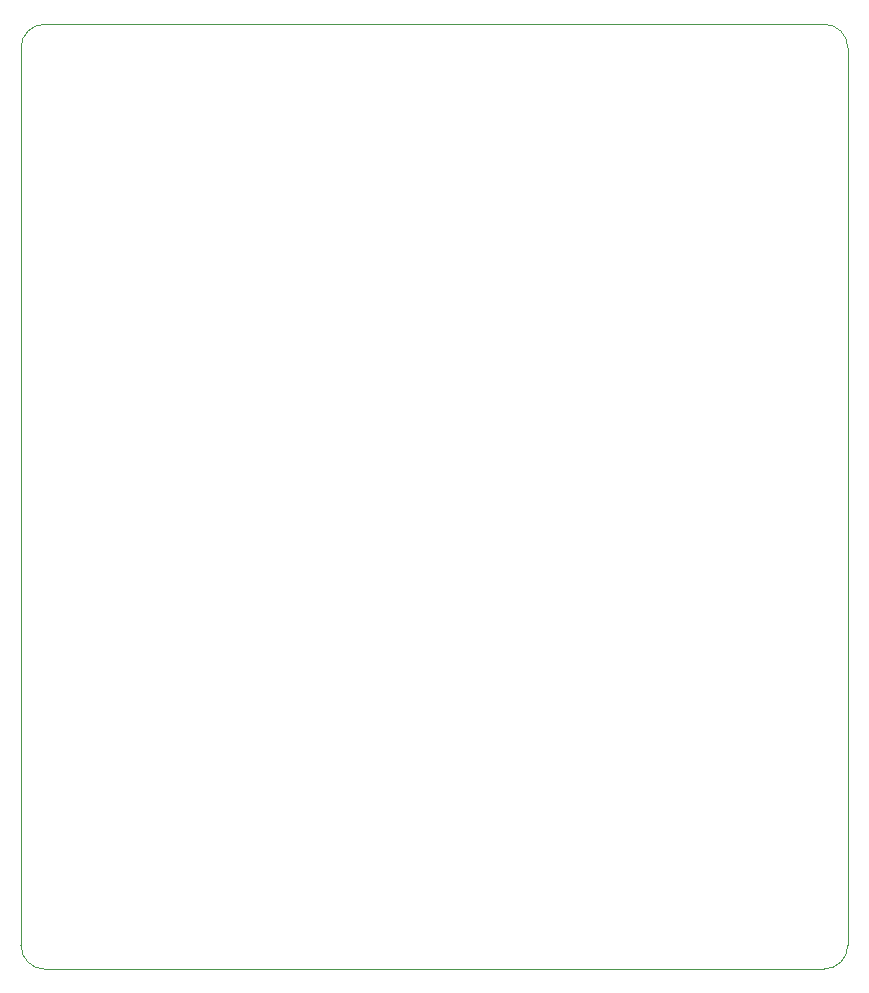
<source format=gbr>
G04 #@! TF.GenerationSoftware,KiCad,Pcbnew,5.1.5-52549c5~84~ubuntu19.10.1*
G04 #@! TF.CreationDate,2020-02-17T22:34:59+13:00*
G04 #@! TF.ProjectId,Snepper-1,536e6570-7065-4722-9d31-2e6b69636164,rev?*
G04 #@! TF.SameCoordinates,Original*
G04 #@! TF.FileFunction,Profile,NP*
%FSLAX46Y46*%
G04 Gerber Fmt 4.6, Leading zero omitted, Abs format (unit mm)*
G04 Created by KiCad (PCBNEW 5.1.5-52549c5~84~ubuntu19.10.1) date 2020-02-17 22:34:59*
%MOMM*%
%LPD*%
G04 APERTURE LIST*
%ADD10C,0.050000*%
G04 APERTURE END LIST*
D10*
X185000000Y-138000000D02*
G75*
G02X183000000Y-140000000I-2000000J0D01*
G01*
X117000000Y-140000000D02*
G75*
G02X115000000Y-138000000I0J2000000D01*
G01*
X115000000Y-62000000D02*
G75*
G02X117000000Y-60000000I2000000J0D01*
G01*
X183000000Y-60000000D02*
G75*
G02X185000000Y-62000000I0J-2000000D01*
G01*
X115000000Y-62000000D02*
X115000000Y-138000000D01*
X117000000Y-140000000D02*
X183000000Y-140000000D01*
X185000000Y-62000000D02*
X185000000Y-138000000D01*
X117000000Y-60000000D02*
X183000000Y-60000000D01*
M02*

</source>
